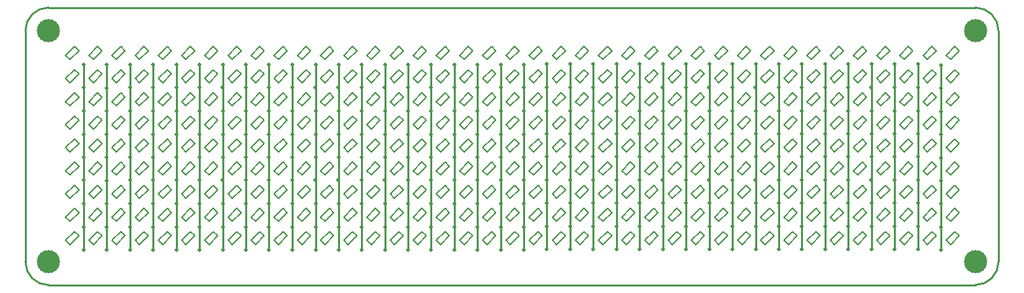
<source format=gbl>
G04*
G04 #@! TF.GenerationSoftware,Altium Limited,Altium Designer,18.1.9 (240)*
G04*
G04 Layer_Physical_Order=2*
G04 Layer_Color=16711680*
%FSLAX44Y44*%
%MOMM*%
G71*
G01*
G75*
%ADD10C,0.1270*%
%ADD11C,0.2540*%
%ADD16C,0.5000*%
%ADD17C,3.0000*%
D10*
X1567903Y772496D02*
X1579216Y783810D01*
X1562246Y778153D02*
X1573560Y789467D01*
X1562246Y778153D02*
X1567903Y772496D01*
X1573560Y789467D02*
X1579216Y783810D01*
X1537903Y772496D02*
X1549217Y783810D01*
X1532246Y778153D02*
X1543560Y789467D01*
X1532246Y778153D02*
X1537903Y772496D01*
X1543560Y789467D02*
X1549217Y783810D01*
X1507903Y772496D02*
X1519216Y783810D01*
X1502246Y778153D02*
X1513560Y789467D01*
X1502246Y778153D02*
X1507903Y772496D01*
X1513560Y789467D02*
X1519216Y783810D01*
X1477903Y772496D02*
X1489217Y783810D01*
X1472246Y778153D02*
X1483560Y789467D01*
X1472246Y778153D02*
X1477903Y772496D01*
X1483560Y789467D02*
X1489217Y783810D01*
X1447903Y772496D02*
X1459217Y783810D01*
X1442246Y778153D02*
X1453560Y789467D01*
X1442246Y778153D02*
X1447903Y772496D01*
X1453560Y789467D02*
X1459217Y783810D01*
X1417903Y772496D02*
X1429216Y783810D01*
X1412246Y778153D02*
X1423560Y789467D01*
X1412246Y778153D02*
X1417903Y772496D01*
X1423560Y789467D02*
X1429216Y783810D01*
X1387903Y772496D02*
X1399217Y783810D01*
X1382246Y778153D02*
X1393560Y789467D01*
X1382246Y778153D02*
X1387903Y772496D01*
X1393560Y789467D02*
X1399217Y783810D01*
X1357903Y772496D02*
X1369216Y783810D01*
X1352246Y778153D02*
X1363560Y789467D01*
X1352246Y778153D02*
X1357903Y772496D01*
X1363560Y789467D02*
X1369216Y783810D01*
X1327903Y772496D02*
X1339217Y783810D01*
X1322246Y778153D02*
X1333560Y789467D01*
X1322246Y778153D02*
X1327903Y772496D01*
X1333560Y789467D02*
X1339217Y783810D01*
X1297903Y772496D02*
X1309217Y783810D01*
X1292246Y778153D02*
X1303560Y789467D01*
X1292246Y778153D02*
X1297903Y772496D01*
X1303560Y789467D02*
X1309217Y783810D01*
X1267903Y772496D02*
X1279217Y783810D01*
X1262246Y778153D02*
X1273560Y789467D01*
X1262246Y778153D02*
X1267903Y772496D01*
X1273560Y789467D02*
X1279217Y783810D01*
X1237903Y772496D02*
X1249217Y783810D01*
X1232246Y778153D02*
X1243560Y789467D01*
X1232246Y778153D02*
X1237903Y772496D01*
X1243560Y789467D02*
X1249217Y783810D01*
X1207903Y772496D02*
X1219217Y783810D01*
X1202246Y778153D02*
X1213560Y789467D01*
X1202246Y778153D02*
X1207903Y772496D01*
X1213560Y789467D02*
X1219217Y783810D01*
X1177903Y772496D02*
X1189217Y783810D01*
X1172246Y778153D02*
X1183560Y789467D01*
X1172246Y778153D02*
X1177903Y772496D01*
X1183560Y789467D02*
X1189217Y783810D01*
X1147903Y772496D02*
X1159217Y783810D01*
X1142246Y778153D02*
X1153560Y789467D01*
X1142246Y778153D02*
X1147903Y772496D01*
X1153560Y789467D02*
X1159217Y783810D01*
X1117903Y772496D02*
X1129217Y783810D01*
X1112246Y778153D02*
X1123560Y789467D01*
X1112246Y778153D02*
X1117903Y772496D01*
X1123560Y789467D02*
X1129217Y783810D01*
X1087903Y772496D02*
X1099217Y783810D01*
X1082246Y778153D02*
X1093560Y789467D01*
X1082246Y778153D02*
X1087903Y772496D01*
X1093560Y789467D02*
X1099217Y783810D01*
X1057903Y772496D02*
X1069217Y783810D01*
X1052246Y778153D02*
X1063560Y789467D01*
X1052246Y778153D02*
X1057903Y772496D01*
X1063560Y789467D02*
X1069217Y783810D01*
X1027903Y772496D02*
X1039217Y783810D01*
X1022246Y778153D02*
X1033560Y789467D01*
X1022246Y778153D02*
X1027903Y772496D01*
X1033560Y789467D02*
X1039217Y783810D01*
X997903Y772496D02*
X1009217Y783810D01*
X992246Y778153D02*
X1003560Y789467D01*
X992246Y778153D02*
X997903Y772496D01*
X1003560Y789467D02*
X1009217Y783810D01*
X967903Y772496D02*
X979217Y783810D01*
X962246Y778153D02*
X973560Y789467D01*
X962246Y778153D02*
X967903Y772496D01*
X973560Y789467D02*
X979217Y783810D01*
X937903Y772496D02*
X949217Y783810D01*
X932246Y778153D02*
X943560Y789467D01*
X932246Y778153D02*
X937903Y772496D01*
X943560Y789467D02*
X949217Y783810D01*
X907903Y772496D02*
X919217Y783810D01*
X902246Y778153D02*
X913560Y789467D01*
X902246Y778153D02*
X907903Y772496D01*
X913560Y789467D02*
X919217Y783810D01*
X877903Y772496D02*
X889217Y783810D01*
X872246Y778153D02*
X883560Y789467D01*
X872246Y778153D02*
X877903Y772496D01*
X883560Y789467D02*
X889217Y783810D01*
X847903Y772496D02*
X859217Y783810D01*
X842246Y778153D02*
X853560Y789467D01*
X842246Y778153D02*
X847903Y772496D01*
X853560Y789467D02*
X859217Y783810D01*
X817903Y772496D02*
X829217Y783810D01*
X812246Y778153D02*
X823560Y789467D01*
X812246Y778153D02*
X817903Y772496D01*
X823560Y789467D02*
X829217Y783810D01*
X787903Y772496D02*
X799217Y783810D01*
X782246Y778153D02*
X793560Y789467D01*
X782246Y778153D02*
X787903Y772496D01*
X793560Y789467D02*
X799217Y783810D01*
X757903Y772496D02*
X769217Y783810D01*
X752246Y778153D02*
X763560Y789467D01*
X752246Y778153D02*
X757903Y772496D01*
X763560Y789467D02*
X769217Y783810D01*
X727903Y772496D02*
X739217Y783810D01*
X722246Y778153D02*
X733560Y789467D01*
X722246Y778153D02*
X727903Y772496D01*
X733560Y789467D02*
X739217Y783810D01*
X697903Y772496D02*
X709217Y783810D01*
X692246Y778153D02*
X703560Y789467D01*
X692246Y778153D02*
X697903Y772496D01*
X703560Y789467D02*
X709217Y783810D01*
X667903Y772496D02*
X679217Y783810D01*
X662246Y778153D02*
X673560Y789467D01*
X662246Y778153D02*
X667903Y772496D01*
X673560Y789467D02*
X679217Y783810D01*
X637903Y772496D02*
X649217Y783810D01*
X632246Y778153D02*
X643560Y789467D01*
X632246Y778153D02*
X637903Y772496D01*
X643560Y789467D02*
X649217Y783810D01*
X607903Y772496D02*
X619217Y783810D01*
X602246Y778153D02*
X613560Y789467D01*
X602246Y778153D02*
X607903Y772496D01*
X613560Y789467D02*
X619217Y783810D01*
X577903Y772496D02*
X589217Y783810D01*
X572246Y778153D02*
X583560Y789467D01*
X572246Y778153D02*
X577903Y772496D01*
X583560Y789467D02*
X589217Y783810D01*
X547903Y772496D02*
X559217Y783810D01*
X542246Y778153D02*
X553560Y789467D01*
X542246Y778153D02*
X547903Y772496D01*
X553560Y789467D02*
X559217Y783810D01*
X517903Y772496D02*
X529217Y783810D01*
X512246Y778153D02*
X523560Y789467D01*
X512246Y778153D02*
X517903Y772496D01*
X523560Y789467D02*
X529217Y783810D01*
X487903Y772496D02*
X499217Y783810D01*
X482246Y778153D02*
X493560Y789467D01*
X482246Y778153D02*
X487903Y772496D01*
X493560Y789467D02*
X499217Y783810D01*
X457903Y772496D02*
X469217Y783810D01*
X452246Y778153D02*
X463560Y789467D01*
X452246Y778153D02*
X457903Y772496D01*
X463560Y789467D02*
X469217Y783810D01*
X427903Y772496D02*
X439217Y783810D01*
X422246Y778153D02*
X433560Y789467D01*
X422246Y778153D02*
X427903Y772496D01*
X433560Y789467D02*
X439217Y783810D01*
X1567903Y802496D02*
X1579216Y813810D01*
X1562246Y808153D02*
X1573560Y819467D01*
X1562246Y808153D02*
X1567903Y802496D01*
X1573560Y819467D02*
X1579216Y813810D01*
X1537903Y802496D02*
X1549217Y813810D01*
X1532246Y808153D02*
X1543560Y819467D01*
X1532246Y808153D02*
X1537903Y802496D01*
X1543560Y819467D02*
X1549217Y813810D01*
X1507903Y802496D02*
X1519216Y813810D01*
X1502246Y808153D02*
X1513560Y819467D01*
X1502246Y808153D02*
X1507903Y802496D01*
X1513560Y819467D02*
X1519216Y813810D01*
X1477903Y802496D02*
X1489217Y813810D01*
X1472246Y808153D02*
X1483560Y819467D01*
X1472246Y808153D02*
X1477903Y802496D01*
X1483560Y819467D02*
X1489217Y813810D01*
X1447903Y802496D02*
X1459217Y813810D01*
X1442246Y808153D02*
X1453560Y819467D01*
X1442246Y808153D02*
X1447903Y802496D01*
X1453560Y819467D02*
X1459217Y813810D01*
X1417903Y802496D02*
X1429216Y813810D01*
X1412246Y808153D02*
X1423560Y819467D01*
X1412246Y808153D02*
X1417903Y802496D01*
X1423560Y819467D02*
X1429216Y813810D01*
X1387903Y802496D02*
X1399217Y813810D01*
X1382246Y808153D02*
X1393560Y819467D01*
X1382246Y808153D02*
X1387903Y802496D01*
X1393560Y819467D02*
X1399217Y813810D01*
X1357903Y802496D02*
X1369216Y813810D01*
X1352246Y808153D02*
X1363560Y819467D01*
X1352246Y808153D02*
X1357903Y802496D01*
X1363560Y819467D02*
X1369216Y813810D01*
X1327903Y802496D02*
X1339217Y813810D01*
X1322246Y808153D02*
X1333560Y819467D01*
X1322246Y808153D02*
X1327903Y802496D01*
X1333560Y819467D02*
X1339217Y813810D01*
X1297903Y802496D02*
X1309217Y813810D01*
X1292246Y808153D02*
X1303560Y819467D01*
X1292246Y808153D02*
X1297903Y802496D01*
X1303560Y819467D02*
X1309217Y813810D01*
X1267903Y802496D02*
X1279217Y813810D01*
X1262246Y808153D02*
X1273560Y819467D01*
X1262246Y808153D02*
X1267903Y802496D01*
X1273560Y819467D02*
X1279217Y813810D01*
X1237903Y802496D02*
X1249217Y813810D01*
X1232246Y808153D02*
X1243560Y819467D01*
X1232246Y808153D02*
X1237903Y802496D01*
X1243560Y819467D02*
X1249217Y813810D01*
X1207903Y802496D02*
X1219217Y813810D01*
X1202246Y808153D02*
X1213560Y819467D01*
X1202246Y808153D02*
X1207903Y802496D01*
X1213560Y819467D02*
X1219217Y813810D01*
X1177903Y802496D02*
X1189217Y813810D01*
X1172246Y808153D02*
X1183560Y819467D01*
X1172246Y808153D02*
X1177903Y802496D01*
X1183560Y819467D02*
X1189217Y813810D01*
X1147903Y802496D02*
X1159217Y813810D01*
X1142246Y808153D02*
X1153560Y819467D01*
X1142246Y808153D02*
X1147903Y802496D01*
X1153560Y819467D02*
X1159217Y813810D01*
X1117903Y802496D02*
X1129217Y813810D01*
X1112246Y808153D02*
X1123560Y819467D01*
X1112246Y808153D02*
X1117903Y802496D01*
X1123560Y819467D02*
X1129217Y813810D01*
X1087903Y802496D02*
X1099217Y813810D01*
X1082246Y808153D02*
X1093560Y819467D01*
X1082246Y808153D02*
X1087903Y802496D01*
X1093560Y819467D02*
X1099217Y813810D01*
X1057903Y802496D02*
X1069217Y813810D01*
X1052246Y808153D02*
X1063560Y819467D01*
X1052246Y808153D02*
X1057903Y802496D01*
X1063560Y819467D02*
X1069217Y813810D01*
X1027903Y802496D02*
X1039217Y813810D01*
X1022246Y808153D02*
X1033560Y819467D01*
X1022246Y808153D02*
X1027903Y802496D01*
X1033560Y819467D02*
X1039217Y813810D01*
X997903Y802496D02*
X1009217Y813810D01*
X992246Y808153D02*
X1003560Y819467D01*
X992246Y808153D02*
X997903Y802496D01*
X1003560Y819467D02*
X1009217Y813810D01*
X967903Y802496D02*
X979217Y813810D01*
X962246Y808153D02*
X973560Y819467D01*
X962246Y808153D02*
X967903Y802496D01*
X973560Y819467D02*
X979217Y813810D01*
X937903Y802496D02*
X949217Y813810D01*
X932246Y808153D02*
X943560Y819467D01*
X932246Y808153D02*
X937903Y802496D01*
X943560Y819467D02*
X949217Y813810D01*
X907903Y802496D02*
X919217Y813810D01*
X902246Y808153D02*
X913560Y819467D01*
X902246Y808153D02*
X907903Y802496D01*
X913560Y819467D02*
X919217Y813810D01*
X877903Y802496D02*
X889217Y813810D01*
X872246Y808153D02*
X883560Y819467D01*
X872246Y808153D02*
X877903Y802496D01*
X883560Y819467D02*
X889217Y813810D01*
X847903Y802496D02*
X859217Y813810D01*
X842246Y808153D02*
X853560Y819467D01*
X842246Y808153D02*
X847903Y802496D01*
X853560Y819467D02*
X859217Y813810D01*
X817903Y802496D02*
X829217Y813810D01*
X812246Y808153D02*
X823560Y819467D01*
X812246Y808153D02*
X817903Y802496D01*
X823560Y819467D02*
X829217Y813810D01*
X787903Y802496D02*
X799217Y813810D01*
X782246Y808153D02*
X793560Y819467D01*
X782246Y808153D02*
X787903Y802496D01*
X793560Y819467D02*
X799217Y813810D01*
X757903Y802496D02*
X769217Y813810D01*
X752246Y808153D02*
X763560Y819467D01*
X752246Y808153D02*
X757903Y802496D01*
X763560Y819467D02*
X769217Y813810D01*
X727903Y802496D02*
X739217Y813810D01*
X722246Y808153D02*
X733560Y819467D01*
X722246Y808153D02*
X727903Y802496D01*
X733560Y819467D02*
X739217Y813810D01*
X697903Y802496D02*
X709217Y813810D01*
X692246Y808153D02*
X703560Y819467D01*
X692246Y808153D02*
X697903Y802496D01*
X703560Y819467D02*
X709217Y813810D01*
X667903Y802496D02*
X679217Y813810D01*
X662246Y808153D02*
X673560Y819467D01*
X662246Y808153D02*
X667903Y802496D01*
X673560Y819467D02*
X679217Y813810D01*
X637903Y802496D02*
X649217Y813810D01*
X632246Y808153D02*
X643560Y819467D01*
X632246Y808153D02*
X637903Y802496D01*
X643560Y819467D02*
X649217Y813810D01*
X607903Y802496D02*
X619217Y813810D01*
X602246Y808153D02*
X613560Y819467D01*
X602246Y808153D02*
X607903Y802496D01*
X613560Y819467D02*
X619217Y813810D01*
X577903Y802496D02*
X589217Y813810D01*
X572246Y808153D02*
X583560Y819467D01*
X572246Y808153D02*
X577903Y802496D01*
X583560Y819467D02*
X589217Y813810D01*
X547903Y802496D02*
X559217Y813810D01*
X542246Y808153D02*
X553560Y819467D01*
X542246Y808153D02*
X547903Y802496D01*
X553560Y819467D02*
X559217Y813810D01*
X517903Y802496D02*
X529217Y813810D01*
X512246Y808153D02*
X523560Y819467D01*
X512246Y808153D02*
X517903Y802496D01*
X523560Y819467D02*
X529217Y813810D01*
X487903Y802496D02*
X499217Y813810D01*
X482246Y808153D02*
X493560Y819467D01*
X482246Y808153D02*
X487903Y802496D01*
X493560Y819467D02*
X499217Y813810D01*
X457903Y802496D02*
X469217Y813810D01*
X452246Y808153D02*
X463560Y819467D01*
X452246Y808153D02*
X457903Y802496D01*
X463560Y819467D02*
X469217Y813810D01*
X427903Y802496D02*
X439217Y813810D01*
X422246Y808153D02*
X433560Y819467D01*
X422246Y808153D02*
X427903Y802496D01*
X433560Y819467D02*
X439217Y813810D01*
X1567903Y832496D02*
X1579216Y843810D01*
X1562246Y838153D02*
X1573560Y849467D01*
X1562246Y838153D02*
X1567903Y832496D01*
X1573560Y849467D02*
X1579216Y843810D01*
X1537903Y832496D02*
X1549217Y843810D01*
X1532246Y838153D02*
X1543560Y849467D01*
X1532246Y838153D02*
X1537903Y832496D01*
X1543560Y849467D02*
X1549217Y843810D01*
X1507903Y832496D02*
X1519216Y843810D01*
X1502246Y838153D02*
X1513560Y849467D01*
X1502246Y838153D02*
X1507903Y832496D01*
X1513560Y849467D02*
X1519216Y843810D01*
X1477903Y832496D02*
X1489217Y843810D01*
X1472246Y838153D02*
X1483560Y849467D01*
X1472246Y838153D02*
X1477903Y832496D01*
X1483560Y849467D02*
X1489217Y843810D01*
X1447903Y832496D02*
X1459217Y843810D01*
X1442246Y838153D02*
X1453560Y849467D01*
X1442246Y838153D02*
X1447903Y832496D01*
X1453560Y849467D02*
X1459217Y843810D01*
X1417903Y832496D02*
X1429216Y843810D01*
X1412246Y838153D02*
X1423560Y849467D01*
X1412246Y838153D02*
X1417903Y832496D01*
X1423560Y849467D02*
X1429216Y843810D01*
X1387903Y832496D02*
X1399217Y843810D01*
X1382246Y838153D02*
X1393560Y849467D01*
X1382246Y838153D02*
X1387903Y832496D01*
X1393560Y849467D02*
X1399217Y843810D01*
X1357903Y832496D02*
X1369216Y843810D01*
X1352246Y838153D02*
X1363560Y849467D01*
X1352246Y838153D02*
X1357903Y832496D01*
X1363560Y849467D02*
X1369216Y843810D01*
X1327903Y832496D02*
X1339217Y843810D01*
X1322246Y838153D02*
X1333560Y849467D01*
X1322246Y838153D02*
X1327903Y832496D01*
X1333560Y849467D02*
X1339217Y843810D01*
X1297903Y832496D02*
X1309217Y843810D01*
X1292246Y838153D02*
X1303560Y849467D01*
X1292246Y838153D02*
X1297903Y832496D01*
X1303560Y849467D02*
X1309217Y843810D01*
X1267903Y832496D02*
X1279217Y843810D01*
X1262246Y838153D02*
X1273560Y849467D01*
X1262246Y838153D02*
X1267903Y832496D01*
X1273560Y849467D02*
X1279217Y843810D01*
X1237903Y832496D02*
X1249217Y843810D01*
X1232246Y838153D02*
X1243560Y849467D01*
X1232246Y838153D02*
X1237903Y832496D01*
X1243560Y849467D02*
X1249217Y843810D01*
X1207903Y832496D02*
X1219217Y843810D01*
X1202246Y838153D02*
X1213560Y849467D01*
X1202246Y838153D02*
X1207903Y832496D01*
X1213560Y849467D02*
X1219217Y843810D01*
X1177903Y832496D02*
X1189217Y843810D01*
X1172246Y838153D02*
X1183560Y849467D01*
X1172246Y838153D02*
X1177903Y832496D01*
X1183560Y849467D02*
X1189217Y843810D01*
X1147903Y832496D02*
X1159217Y843810D01*
X1142246Y838153D02*
X1153560Y849467D01*
X1142246Y838153D02*
X1147903Y832496D01*
X1153560Y849467D02*
X1159217Y843810D01*
X1117903Y832496D02*
X1129217Y843810D01*
X1112246Y838153D02*
X1123560Y849467D01*
X1112246Y838153D02*
X1117903Y832496D01*
X1123560Y849467D02*
X1129217Y843810D01*
X1087903Y832496D02*
X1099217Y843810D01*
X1082246Y838153D02*
X1093560Y849467D01*
X1082246Y838153D02*
X1087903Y832496D01*
X1093560Y849467D02*
X1099217Y843810D01*
X1057903Y832496D02*
X1069217Y843810D01*
X1052246Y838153D02*
X1063560Y849467D01*
X1052246Y838153D02*
X1057903Y832496D01*
X1063560Y849467D02*
X1069217Y843810D01*
X1027903Y832496D02*
X1039217Y843810D01*
X1022246Y838153D02*
X1033560Y849467D01*
X1022246Y838153D02*
X1027903Y832496D01*
X1033560Y849467D02*
X1039217Y843810D01*
X997903Y832496D02*
X1009217Y843810D01*
X992246Y838153D02*
X1003560Y849467D01*
X992246Y838153D02*
X997903Y832496D01*
X1003560Y849467D02*
X1009217Y843810D01*
X967903Y832496D02*
X979217Y843810D01*
X962246Y838153D02*
X973560Y849467D01*
X962246Y838153D02*
X967903Y832496D01*
X973560Y849467D02*
X979217Y843810D01*
X937903Y832496D02*
X949217Y843810D01*
X932246Y838153D02*
X943560Y849467D01*
X932246Y838153D02*
X937903Y832496D01*
X943560Y849467D02*
X949217Y843810D01*
X907903Y832496D02*
X919217Y843810D01*
X902246Y838153D02*
X913560Y849467D01*
X902246Y838153D02*
X907903Y832496D01*
X913560Y849467D02*
X919217Y843810D01*
X877903Y832496D02*
X889217Y843810D01*
X872246Y838153D02*
X883560Y849467D01*
X872246Y838153D02*
X877903Y832496D01*
X883560Y849467D02*
X889217Y843810D01*
X847903Y832496D02*
X859217Y843810D01*
X842246Y838153D02*
X853560Y849467D01*
X842246Y838153D02*
X847903Y832496D01*
X853560Y849467D02*
X859217Y843810D01*
X817903Y832496D02*
X829217Y843810D01*
X812246Y838153D02*
X823560Y849467D01*
X812246Y838153D02*
X817903Y832496D01*
X823560Y849467D02*
X829217Y843810D01*
X787903Y832496D02*
X799217Y843810D01*
X782246Y838153D02*
X793560Y849467D01*
X782246Y838153D02*
X787903Y832496D01*
X793560Y849467D02*
X799217Y843810D01*
X757903Y832496D02*
X769217Y843810D01*
X752246Y838153D02*
X763560Y849467D01*
X752246Y838153D02*
X757903Y832496D01*
X763560Y849467D02*
X769217Y843810D01*
X727903Y832496D02*
X739217Y843810D01*
X722246Y838153D02*
X733560Y849467D01*
X722246Y838153D02*
X727903Y832496D01*
X733560Y849467D02*
X739217Y843810D01*
X697903Y832496D02*
X709217Y843810D01*
X692246Y838153D02*
X703560Y849467D01*
X692246Y838153D02*
X697903Y832496D01*
X703560Y849467D02*
X709217Y843810D01*
X667903Y832496D02*
X679217Y843810D01*
X662246Y838153D02*
X673560Y849467D01*
X662246Y838153D02*
X667903Y832496D01*
X673560Y849467D02*
X679217Y843810D01*
X637903Y832496D02*
X649217Y843810D01*
X632246Y838153D02*
X643560Y849467D01*
X632246Y838153D02*
X637903Y832496D01*
X643560Y849467D02*
X649217Y843810D01*
X607903Y832496D02*
X619217Y843810D01*
X602246Y838153D02*
X613560Y849467D01*
X602246Y838153D02*
X607903Y832496D01*
X613560Y849467D02*
X619217Y843810D01*
X577903Y832496D02*
X589217Y843810D01*
X572246Y838153D02*
X583560Y849467D01*
X572246Y838153D02*
X577903Y832496D01*
X583560Y849467D02*
X589217Y843810D01*
X547903Y832496D02*
X559217Y843810D01*
X542246Y838153D02*
X553560Y849467D01*
X542246Y838153D02*
X547903Y832496D01*
X553560Y849467D02*
X559217Y843810D01*
X517903Y832496D02*
X529217Y843810D01*
X512246Y838153D02*
X523560Y849467D01*
X512246Y838153D02*
X517903Y832496D01*
X523560Y849467D02*
X529217Y843810D01*
X487903Y832496D02*
X499217Y843810D01*
X482246Y838153D02*
X493560Y849467D01*
X482246Y838153D02*
X487903Y832496D01*
X493560Y849467D02*
X499217Y843810D01*
X457903Y832496D02*
X469217Y843810D01*
X452246Y838153D02*
X463560Y849467D01*
X452246Y838153D02*
X457903Y832496D01*
X463560Y849467D02*
X469217Y843810D01*
X427903Y832496D02*
X439217Y843810D01*
X422246Y838153D02*
X433560Y849467D01*
X422246Y838153D02*
X427903Y832496D01*
X433560Y849467D02*
X439217Y843810D01*
X1567903Y862496D02*
X1579216Y873810D01*
X1562246Y868153D02*
X1573560Y879467D01*
X1562246Y868153D02*
X1567903Y862496D01*
X1573560Y879467D02*
X1579216Y873810D01*
X1537903Y862496D02*
X1549217Y873810D01*
X1532246Y868153D02*
X1543560Y879467D01*
X1532246Y868153D02*
X1537903Y862496D01*
X1543560Y879467D02*
X1549217Y873810D01*
X1507903Y862496D02*
X1519216Y873810D01*
X1502246Y868153D02*
X1513560Y879467D01*
X1502246Y868153D02*
X1507903Y862496D01*
X1513560Y879467D02*
X1519216Y873810D01*
X1477903Y862496D02*
X1489217Y873810D01*
X1472246Y868153D02*
X1483560Y879467D01*
X1472246Y868153D02*
X1477903Y862496D01*
X1483560Y879467D02*
X1489217Y873810D01*
X1447903Y862496D02*
X1459217Y873810D01*
X1442246Y868153D02*
X1453560Y879467D01*
X1442246Y868153D02*
X1447903Y862496D01*
X1453560Y879467D02*
X1459217Y873810D01*
X1417903Y862496D02*
X1429216Y873810D01*
X1412246Y868153D02*
X1423560Y879467D01*
X1412246Y868153D02*
X1417903Y862496D01*
X1423560Y879467D02*
X1429216Y873810D01*
X1387903Y862496D02*
X1399217Y873810D01*
X1382246Y868153D02*
X1393560Y879467D01*
X1382246Y868153D02*
X1387903Y862496D01*
X1393560Y879467D02*
X1399217Y873810D01*
X1357903Y862496D02*
X1369216Y873810D01*
X1352246Y868153D02*
X1363560Y879467D01*
X1352246Y868153D02*
X1357903Y862496D01*
X1363560Y879467D02*
X1369216Y873810D01*
X1327903Y862496D02*
X1339217Y873810D01*
X1322246Y868153D02*
X1333560Y879467D01*
X1322246Y868153D02*
X1327903Y862496D01*
X1333560Y879467D02*
X1339217Y873810D01*
X1297903Y862496D02*
X1309217Y873810D01*
X1292246Y868153D02*
X1303560Y879467D01*
X1292246Y868153D02*
X1297903Y862496D01*
X1303560Y879467D02*
X1309217Y873810D01*
X1267903Y862496D02*
X1279217Y873810D01*
X1262246Y868153D02*
X1273560Y879467D01*
X1262246Y868153D02*
X1267903Y862496D01*
X1273560Y879467D02*
X1279217Y873810D01*
X1237903Y862496D02*
X1249217Y873810D01*
X1232246Y868153D02*
X1243560Y879467D01*
X1232246Y868153D02*
X1237903Y862496D01*
X1243560Y879467D02*
X1249217Y873810D01*
X1207903Y862496D02*
X1219217Y873810D01*
X1202246Y868153D02*
X1213560Y879467D01*
X1202246Y868153D02*
X1207903Y862496D01*
X1213560Y879467D02*
X1219217Y873810D01*
X1177903Y862496D02*
X1189217Y873810D01*
X1172246Y868153D02*
X1183560Y879467D01*
X1172246Y868153D02*
X1177903Y862496D01*
X1183560Y879467D02*
X1189217Y873810D01*
X1147903Y862496D02*
X1159217Y873810D01*
X1142246Y868153D02*
X1153560Y879467D01*
X1142246Y868153D02*
X1147903Y862496D01*
X1153560Y879467D02*
X1159217Y873810D01*
X1117903Y862496D02*
X1129217Y873810D01*
X1112246Y868153D02*
X1123560Y879467D01*
X1112246Y868153D02*
X1117903Y862496D01*
X1123560Y879467D02*
X1129217Y873810D01*
X1087903Y862496D02*
X1099217Y873810D01*
X1082246Y868153D02*
X1093560Y879467D01*
X1082246Y868153D02*
X1087903Y862496D01*
X1093560Y879467D02*
X1099217Y873810D01*
X1057903Y862496D02*
X1069217Y873810D01*
X1052246Y868153D02*
X1063560Y879467D01*
X1052246Y868153D02*
X1057903Y862496D01*
X1063560Y879467D02*
X1069217Y873810D01*
X1027903Y862496D02*
X1039217Y873810D01*
X1022246Y868153D02*
X1033560Y879467D01*
X1022246Y868153D02*
X1027903Y862496D01*
X1033560Y879467D02*
X1039217Y873810D01*
X997903Y862496D02*
X1009217Y873810D01*
X992246Y868153D02*
X1003560Y879467D01*
X992246Y868153D02*
X997903Y862496D01*
X1003560Y879467D02*
X1009217Y873810D01*
X967903Y862496D02*
X979217Y873810D01*
X962246Y868153D02*
X973560Y879467D01*
X962246Y868153D02*
X967903Y862496D01*
X973560Y879467D02*
X979217Y873810D01*
X937903Y862496D02*
X949217Y873810D01*
X932246Y868153D02*
X943560Y879467D01*
X932246Y868153D02*
X937903Y862496D01*
X943560Y879467D02*
X949217Y873810D01*
X907903Y862496D02*
X919217Y873810D01*
X902246Y868153D02*
X913560Y879467D01*
X902246Y868153D02*
X907903Y862496D01*
X913560Y879467D02*
X919217Y873810D01*
X877903Y862496D02*
X889217Y873810D01*
X872246Y868153D02*
X883560Y879467D01*
X872246Y868153D02*
X877903Y862496D01*
X883560Y879467D02*
X889217Y873810D01*
X847903Y862496D02*
X859217Y873810D01*
X842246Y868153D02*
X853560Y879467D01*
X842246Y868153D02*
X847903Y862496D01*
X853560Y879467D02*
X859217Y873810D01*
X817903Y862496D02*
X829217Y873810D01*
X812246Y868153D02*
X823560Y879467D01*
X812246Y868153D02*
X817903Y862496D01*
X823560Y879467D02*
X829217Y873810D01*
X787903Y862496D02*
X799217Y873810D01*
X782246Y868153D02*
X793560Y879467D01*
X782246Y868153D02*
X787903Y862496D01*
X793560Y879467D02*
X799217Y873810D01*
X757903Y862496D02*
X769217Y873810D01*
X752246Y868153D02*
X763560Y879467D01*
X752246Y868153D02*
X757903Y862496D01*
X763560Y879467D02*
X769217Y873810D01*
X727903Y862496D02*
X739217Y873810D01*
X722246Y868153D02*
X733560Y879467D01*
X722246Y868153D02*
X727903Y862496D01*
X733560Y879467D02*
X739217Y873810D01*
X697903Y862496D02*
X709217Y873810D01*
X692246Y868153D02*
X703560Y879467D01*
X692246Y868153D02*
X697903Y862496D01*
X703560Y879467D02*
X709217Y873810D01*
X667903Y862496D02*
X679217Y873810D01*
X662246Y868153D02*
X673560Y879467D01*
X662246Y868153D02*
X667903Y862496D01*
X673560Y879467D02*
X679217Y873810D01*
X637903Y862496D02*
X649217Y873810D01*
X632246Y868153D02*
X643560Y879467D01*
X632246Y868153D02*
X637903Y862496D01*
X643560Y879467D02*
X649217Y873810D01*
X607903Y862496D02*
X619217Y873810D01*
X602246Y868153D02*
X613560Y879467D01*
X602246Y868153D02*
X607903Y862496D01*
X613560Y879467D02*
X619217Y873810D01*
X577903Y862496D02*
X589217Y873810D01*
X572246Y868153D02*
X583560Y879467D01*
X572246Y868153D02*
X577903Y862496D01*
X583560Y879467D02*
X589217Y873810D01*
X547903Y862496D02*
X559217Y873810D01*
X542246Y868153D02*
X553560Y879467D01*
X542246Y868153D02*
X547903Y862496D01*
X553560Y879467D02*
X559217Y873810D01*
X517903Y862496D02*
X529217Y873810D01*
X512246Y868153D02*
X523560Y879467D01*
X512246Y868153D02*
X517903Y862496D01*
X523560Y879467D02*
X529217Y873810D01*
X487903Y862496D02*
X499217Y873810D01*
X482246Y868153D02*
X493560Y879467D01*
X482246Y868153D02*
X487903Y862496D01*
X493560Y879467D02*
X499217Y873810D01*
X457903Y862496D02*
X469217Y873810D01*
X452246Y868153D02*
X463560Y879467D01*
X452246Y868153D02*
X457903Y862496D01*
X463560Y879467D02*
X469217Y873810D01*
X427903Y862496D02*
X439217Y873810D01*
X422246Y868153D02*
X433560Y879467D01*
X422246Y868153D02*
X427903Y862496D01*
X433560Y879467D02*
X439217Y873810D01*
X1567903Y892496D02*
X1579216Y903810D01*
X1562246Y898153D02*
X1573560Y909467D01*
X1562246Y898153D02*
X1567903Y892496D01*
X1573560Y909467D02*
X1579216Y903810D01*
X1537903Y892496D02*
X1549217Y903810D01*
X1532246Y898153D02*
X1543560Y909467D01*
X1532246Y898153D02*
X1537903Y892496D01*
X1543560Y909467D02*
X1549217Y903810D01*
X1507903Y892496D02*
X1519216Y903810D01*
X1502246Y898153D02*
X1513560Y909467D01*
X1502246Y898153D02*
X1507903Y892496D01*
X1513560Y909467D02*
X1519216Y903810D01*
X1477903Y892496D02*
X1489217Y903810D01*
X1472246Y898153D02*
X1483560Y909467D01*
X1472246Y898153D02*
X1477903Y892496D01*
X1483560Y909467D02*
X1489217Y903810D01*
X1447903Y892496D02*
X1459217Y903810D01*
X1442246Y898153D02*
X1453560Y909467D01*
X1442246Y898153D02*
X1447903Y892496D01*
X1453560Y909467D02*
X1459217Y903810D01*
X1417903Y892496D02*
X1429216Y903810D01*
X1412246Y898153D02*
X1423560Y909467D01*
X1412246Y898153D02*
X1417903Y892496D01*
X1423560Y909467D02*
X1429216Y903810D01*
X1387903Y892496D02*
X1399217Y903810D01*
X1382246Y898153D02*
X1393560Y909467D01*
X1382246Y898153D02*
X1387903Y892496D01*
X1393560Y909467D02*
X1399217Y903810D01*
X1357903Y892496D02*
X1369216Y903810D01*
X1352246Y898153D02*
X1363560Y909467D01*
X1352246Y898153D02*
X1357903Y892496D01*
X1363560Y909467D02*
X1369216Y903810D01*
X1327903Y892496D02*
X1339217Y903810D01*
X1322246Y898153D02*
X1333560Y909467D01*
X1322246Y898153D02*
X1327903Y892496D01*
X1333560Y909467D02*
X1339217Y903810D01*
X1297903Y892496D02*
X1309217Y903810D01*
X1292246Y898153D02*
X1303560Y909467D01*
X1292246Y898153D02*
X1297903Y892496D01*
X1303560Y909467D02*
X1309217Y903810D01*
X1267903Y892496D02*
X1279217Y903810D01*
X1262246Y898153D02*
X1273560Y909467D01*
X1262246Y898153D02*
X1267903Y892496D01*
X1273560Y909467D02*
X1279217Y903810D01*
X1237903Y892496D02*
X1249217Y903810D01*
X1232246Y898153D02*
X1243560Y909467D01*
X1232246Y898153D02*
X1237903Y892496D01*
X1243560Y909467D02*
X1249217Y903810D01*
X1207903Y892496D02*
X1219217Y903810D01*
X1202246Y898153D02*
X1213560Y909467D01*
X1202246Y898153D02*
X1207903Y892496D01*
X1213560Y909467D02*
X1219217Y903810D01*
X1177903Y892496D02*
X1189217Y903810D01*
X1172246Y898153D02*
X1183560Y909467D01*
X1172246Y898153D02*
X1177903Y892496D01*
X1183560Y909467D02*
X1189217Y903810D01*
X1147903Y892496D02*
X1159217Y903810D01*
X1142246Y898153D02*
X1153560Y909467D01*
X1142246Y898153D02*
X1147903Y892496D01*
X1153560Y909467D02*
X1159217Y903810D01*
X1117903Y892496D02*
X1129217Y903810D01*
X1112246Y898153D02*
X1123560Y909467D01*
X1112246Y898153D02*
X1117903Y892496D01*
X1123560Y909467D02*
X1129217Y903810D01*
X1087903Y892496D02*
X1099217Y903810D01*
X1082246Y898153D02*
X1093560Y909467D01*
X1082246Y898153D02*
X1087903Y892496D01*
X1093560Y909467D02*
X1099217Y903810D01*
X1057903Y892496D02*
X1069217Y903810D01*
X1052246Y898153D02*
X1063560Y909467D01*
X1052246Y898153D02*
X1057903Y892496D01*
X1063560Y909467D02*
X1069217Y903810D01*
X1027903Y892496D02*
X1039217Y903810D01*
X1022246Y898153D02*
X1033560Y909467D01*
X1022246Y898153D02*
X1027903Y892496D01*
X1033560Y909467D02*
X1039217Y903810D01*
X997903Y892496D02*
X1009217Y903810D01*
X992246Y898153D02*
X1003560Y909467D01*
X992246Y898153D02*
X997903Y892496D01*
X1003560Y909467D02*
X1009217Y903810D01*
X967903Y892496D02*
X979217Y903810D01*
X962246Y898153D02*
X973560Y909467D01*
X962246Y898153D02*
X967903Y892496D01*
X973560Y909467D02*
X979217Y903810D01*
X937903Y892496D02*
X949217Y903810D01*
X932246Y898153D02*
X943560Y909467D01*
X932246Y898153D02*
X937903Y892496D01*
X943560Y909467D02*
X949217Y903810D01*
X907903Y892496D02*
X919217Y903810D01*
X902246Y898153D02*
X913560Y909467D01*
X902246Y898153D02*
X907903Y892496D01*
X913560Y909467D02*
X919217Y903810D01*
X877903Y892496D02*
X889217Y903810D01*
X872246Y898153D02*
X883560Y909467D01*
X872246Y898153D02*
X877903Y892496D01*
X883560Y909467D02*
X889217Y903810D01*
X847903Y892496D02*
X859217Y903810D01*
X842246Y898153D02*
X853560Y909467D01*
X842246Y898153D02*
X847903Y892496D01*
X853560Y909467D02*
X859217Y903810D01*
X817903Y892496D02*
X829217Y903810D01*
X812246Y898153D02*
X823560Y909467D01*
X812246Y898153D02*
X817903Y892496D01*
X823560Y909467D02*
X829217Y903810D01*
X787903Y892496D02*
X799217Y903810D01*
X782246Y898153D02*
X793560Y909467D01*
X782246Y898153D02*
X787903Y892496D01*
X793560Y909467D02*
X799217Y903810D01*
X757903Y892496D02*
X769217Y903810D01*
X752246Y898153D02*
X763560Y909467D01*
X752246Y898153D02*
X757903Y892496D01*
X763560Y909467D02*
X769217Y903810D01*
X727903Y892496D02*
X739217Y903810D01*
X722246Y898153D02*
X733560Y909467D01*
X722246Y898153D02*
X727903Y892496D01*
X733560Y909467D02*
X739217Y903810D01*
X697903Y892496D02*
X709217Y903810D01*
X692246Y898153D02*
X703560Y909467D01*
X692246Y898153D02*
X697903Y892496D01*
X703560Y909467D02*
X709217Y903810D01*
X667903Y892496D02*
X679217Y903810D01*
X662246Y898153D02*
X673560Y909467D01*
X662246Y898153D02*
X667903Y892496D01*
X673560Y909467D02*
X679217Y903810D01*
X637903Y892496D02*
X649217Y903810D01*
X632246Y898153D02*
X643560Y909467D01*
X632246Y898153D02*
X637903Y892496D01*
X643560Y909467D02*
X649217Y903810D01*
X607903Y892496D02*
X619217Y903810D01*
X602246Y898153D02*
X613560Y909467D01*
X602246Y898153D02*
X607903Y892496D01*
X613560Y909467D02*
X619217Y903810D01*
X577903Y892496D02*
X589217Y903810D01*
X572246Y898153D02*
X583560Y909467D01*
X572246Y898153D02*
X577903Y892496D01*
X583560Y909467D02*
X589217Y903810D01*
X547903Y892496D02*
X559217Y903810D01*
X542246Y898153D02*
X553560Y909467D01*
X542246Y898153D02*
X547903Y892496D01*
X553560Y909467D02*
X559217Y903810D01*
X517903Y892496D02*
X529217Y903810D01*
X512246Y898153D02*
X523560Y909467D01*
X512246Y898153D02*
X517903Y892496D01*
X523560Y909467D02*
X529217Y903810D01*
X487903Y892496D02*
X499217Y903810D01*
X482246Y898153D02*
X493560Y909467D01*
X482246Y898153D02*
X487903Y892496D01*
X493560Y909467D02*
X499217Y903810D01*
X457903Y892496D02*
X469217Y903810D01*
X452246Y898153D02*
X463560Y909467D01*
X452246Y898153D02*
X457903Y892496D01*
X463560Y909467D02*
X469217Y903810D01*
X427903Y892496D02*
X439217Y903810D01*
X422246Y898153D02*
X433560Y909467D01*
X422246Y898153D02*
X427903Y892496D01*
X433560Y909467D02*
X439217Y903810D01*
X1567903Y922496D02*
X1579216Y933810D01*
X1562246Y928153D02*
X1573560Y939467D01*
X1562246Y928153D02*
X1567903Y922496D01*
X1573560Y939467D02*
X1579216Y933810D01*
X1537903Y922496D02*
X1549217Y933810D01*
X1532246Y928153D02*
X1543560Y939467D01*
X1532246Y928153D02*
X1537903Y922496D01*
X1543560Y939467D02*
X1549217Y933810D01*
X1507903Y922496D02*
X1519216Y933810D01*
X1502246Y928153D02*
X1513560Y939467D01*
X1502246Y928153D02*
X1507903Y922496D01*
X1513560Y939467D02*
X1519216Y933810D01*
X1477903Y922496D02*
X1489217Y933810D01*
X1472246Y928153D02*
X1483560Y939467D01*
X1472246Y928153D02*
X1477903Y922496D01*
X1483560Y939467D02*
X1489217Y933810D01*
X1447903Y922496D02*
X1459217Y933810D01*
X1442246Y928153D02*
X1453560Y939467D01*
X1442246Y928153D02*
X1447903Y922496D01*
X1453560Y939467D02*
X1459217Y933810D01*
X1417903Y922496D02*
X1429216Y933810D01*
X1412246Y928153D02*
X1423560Y939467D01*
X1412246Y928153D02*
X1417903Y922496D01*
X1423560Y939467D02*
X1429216Y933810D01*
X1387903Y922496D02*
X1399217Y933810D01*
X1382246Y928153D02*
X1393560Y939467D01*
X1382246Y928153D02*
X1387903Y922496D01*
X1393560Y939467D02*
X1399217Y933810D01*
X1357903Y922496D02*
X1369216Y933810D01*
X1352246Y928153D02*
X1363560Y939467D01*
X1352246Y928153D02*
X1357903Y922496D01*
X1363560Y939467D02*
X1369216Y933810D01*
X1327903Y922496D02*
X1339217Y933810D01*
X1322246Y928153D02*
X1333560Y939467D01*
X1322246Y928153D02*
X1327903Y922496D01*
X1333560Y939467D02*
X1339217Y933810D01*
X1297903Y922496D02*
X1309217Y933810D01*
X1292246Y928153D02*
X1303560Y939467D01*
X1292246Y928153D02*
X1297903Y922496D01*
X1303560Y939467D02*
X1309217Y933810D01*
X1267903Y922496D02*
X1279217Y933810D01*
X1262246Y928153D02*
X1273560Y939467D01*
X1262246Y928153D02*
X1267903Y922496D01*
X1273560Y939467D02*
X1279217Y933810D01*
X1237903Y922496D02*
X1249217Y933810D01*
X1232246Y928153D02*
X1243560Y939467D01*
X1232246Y928153D02*
X1237903Y922496D01*
X1243560Y939467D02*
X1249217Y933810D01*
X1207903Y922496D02*
X1219217Y933810D01*
X1202246Y928153D02*
X1213560Y939467D01*
X1202246Y928153D02*
X1207903Y922496D01*
X1213560Y939467D02*
X1219217Y933810D01*
X1177903Y922496D02*
X1189217Y933810D01*
X1172246Y928153D02*
X1183560Y939467D01*
X1172246Y928153D02*
X1177903Y922496D01*
X1183560Y939467D02*
X1189217Y933810D01*
X1147903Y922496D02*
X1159217Y933810D01*
X1142246Y928153D02*
X1153560Y939467D01*
X1142246Y928153D02*
X1147903Y922496D01*
X1153560Y939467D02*
X1159217Y933810D01*
X1117903Y922496D02*
X1129217Y933810D01*
X1112246Y928153D02*
X1123560Y939467D01*
X1112246Y928153D02*
X1117903Y922496D01*
X1123560Y939467D02*
X1129217Y933810D01*
X1087903Y922496D02*
X1099217Y933810D01*
X1082246Y928153D02*
X1093560Y939467D01*
X1082246Y928153D02*
X1087903Y922496D01*
X1093560Y939467D02*
X1099217Y933810D01*
X1057903Y922496D02*
X1069217Y933810D01*
X1052246Y928153D02*
X1063560Y939467D01*
X1052246Y928153D02*
X1057903Y922496D01*
X1063560Y939467D02*
X1069217Y933810D01*
X1027903Y922496D02*
X1039217Y933810D01*
X1022246Y928153D02*
X1033560Y939467D01*
X1022246Y928153D02*
X1027903Y922496D01*
X1033560Y939467D02*
X1039217Y933810D01*
X997903Y922496D02*
X1009217Y933810D01*
X992246Y928153D02*
X1003560Y939467D01*
X992246Y928153D02*
X997903Y922496D01*
X1003560Y939467D02*
X1009217Y933810D01*
X967903Y922496D02*
X979217Y933810D01*
X962246Y928153D02*
X973560Y939467D01*
X962246Y928153D02*
X967903Y922496D01*
X973560Y939467D02*
X979217Y933810D01*
X937903Y922496D02*
X949217Y933810D01*
X932246Y928153D02*
X943560Y939467D01*
X932246Y928153D02*
X937903Y922496D01*
X943560Y939467D02*
X949217Y933810D01*
X907903Y922496D02*
X919217Y933810D01*
X902246Y928153D02*
X913560Y939467D01*
X902246Y928153D02*
X907903Y922496D01*
X913560Y939467D02*
X919217Y933810D01*
X877903Y922496D02*
X889217Y933810D01*
X872246Y928153D02*
X883560Y939467D01*
X872246Y928153D02*
X877903Y922496D01*
X883560Y939467D02*
X889217Y933810D01*
X847903Y922496D02*
X859217Y933810D01*
X842246Y928153D02*
X853560Y939467D01*
X842246Y928153D02*
X847903Y922496D01*
X853560Y939467D02*
X859217Y933810D01*
X817903Y922496D02*
X829217Y933810D01*
X812246Y928153D02*
X823560Y939467D01*
X812246Y928153D02*
X817903Y922496D01*
X823560Y939467D02*
X829217Y933810D01*
X787903Y922496D02*
X799217Y933810D01*
X782246Y928153D02*
X793560Y939467D01*
X782246Y928153D02*
X787903Y922496D01*
X793560Y939467D02*
X799217Y933810D01*
X757903Y922496D02*
X769217Y933810D01*
X752246Y928153D02*
X763560Y939467D01*
X752246Y928153D02*
X757903Y922496D01*
X763560Y939467D02*
X769217Y933810D01*
X727903Y922496D02*
X739217Y933810D01*
X722246Y928153D02*
X733560Y939467D01*
X722246Y928153D02*
X727903Y922496D01*
X733560Y939467D02*
X739217Y933810D01*
X697903Y922496D02*
X709217Y933810D01*
X692246Y928153D02*
X703560Y939467D01*
X692246Y928153D02*
X697903Y922496D01*
X703560Y939467D02*
X709217Y933810D01*
X667903Y922496D02*
X679217Y933810D01*
X662246Y928153D02*
X673560Y939467D01*
X662246Y928153D02*
X667903Y922496D01*
X673560Y939467D02*
X679217Y933810D01*
X637903Y922496D02*
X649217Y933810D01*
X632246Y928153D02*
X643560Y939467D01*
X632246Y928153D02*
X637903Y922496D01*
X643560Y939467D02*
X649217Y933810D01*
X607903Y922496D02*
X619217Y933810D01*
X602246Y928153D02*
X613560Y939467D01*
X602246Y928153D02*
X607903Y922496D01*
X613560Y939467D02*
X619217Y933810D01*
X577903Y922496D02*
X589217Y933810D01*
X572246Y928153D02*
X583560Y939467D01*
X572246Y928153D02*
X577903Y922496D01*
X583560Y939467D02*
X589217Y933810D01*
X547903Y922496D02*
X559217Y933810D01*
X542246Y928153D02*
X553560Y939467D01*
X542246Y928153D02*
X547903Y922496D01*
X553560Y939467D02*
X559217Y933810D01*
X517903Y922496D02*
X529217Y933810D01*
X512246Y928153D02*
X523560Y939467D01*
X512246Y928153D02*
X517903Y922496D01*
X523560Y939467D02*
X529217Y933810D01*
X487903Y922496D02*
X499217Y933810D01*
X482246Y928153D02*
X493560Y939467D01*
X482246Y928153D02*
X487903Y922496D01*
X493560Y939467D02*
X499217Y933810D01*
X457903Y922496D02*
X469217Y933810D01*
X452246Y928153D02*
X463560Y939467D01*
X452246Y928153D02*
X457903Y922496D01*
X463560Y939467D02*
X469217Y933810D01*
X427903Y922496D02*
X439217Y933810D01*
X422246Y928153D02*
X433560Y939467D01*
X422246Y928153D02*
X427903Y922496D01*
X433560Y939467D02*
X439217Y933810D01*
X1567903Y952496D02*
X1579216Y963810D01*
X1562246Y958153D02*
X1573560Y969467D01*
X1562246Y958153D02*
X1567903Y952496D01*
X1573560Y969467D02*
X1579216Y963810D01*
X1537903Y952496D02*
X1549217Y963810D01*
X1532246Y958153D02*
X1543560Y969467D01*
X1532246Y958153D02*
X1537903Y952496D01*
X1543560Y969467D02*
X1549217Y963810D01*
X1507903Y952496D02*
X1519216Y963810D01*
X1502246Y958153D02*
X1513560Y969467D01*
X1502246Y958153D02*
X1507903Y952496D01*
X1513560Y969467D02*
X1519216Y963810D01*
X1477903Y952496D02*
X1489217Y963810D01*
X1472246Y958153D02*
X1483560Y969467D01*
X1472246Y958153D02*
X1477903Y952496D01*
X1483560Y969467D02*
X1489217Y963810D01*
X1447903Y952496D02*
X1459217Y963810D01*
X1442246Y958153D02*
X1453560Y969467D01*
X1442246Y958153D02*
X1447903Y952496D01*
X1453560Y969467D02*
X1459217Y963810D01*
X1417903Y952496D02*
X1429216Y963810D01*
X1412246Y958153D02*
X1423560Y969467D01*
X1412246Y958153D02*
X1417903Y952496D01*
X1423560Y969467D02*
X1429216Y963810D01*
X1387903Y952496D02*
X1399217Y963810D01*
X1382246Y958153D02*
X1393560Y969467D01*
X1382246Y958153D02*
X1387903Y952496D01*
X1393560Y969467D02*
X1399217Y963810D01*
X1357903Y952496D02*
X1369216Y963810D01*
X1352246Y958153D02*
X1363560Y969467D01*
X1352246Y958153D02*
X1357903Y952496D01*
X1363560Y969467D02*
X1369216Y963810D01*
X1327903Y952496D02*
X1339217Y963810D01*
X1322246Y958153D02*
X1333560Y969467D01*
X1322246Y958153D02*
X1327903Y952496D01*
X1333560Y969467D02*
X1339217Y963810D01*
X1297903Y952496D02*
X1309217Y963810D01*
X1292246Y958153D02*
X1303560Y969467D01*
X1292246Y958153D02*
X1297903Y952496D01*
X1303560Y969467D02*
X1309217Y963810D01*
X1267903Y952496D02*
X1279217Y963810D01*
X1262246Y958153D02*
X1273560Y969467D01*
X1262246Y958153D02*
X1267903Y952496D01*
X1273560Y969467D02*
X1279217Y963810D01*
X1237903Y952496D02*
X1249217Y963810D01*
X1232246Y958153D02*
X1243560Y969467D01*
X1232246Y958153D02*
X1237903Y952496D01*
X1243560Y969467D02*
X1249217Y963810D01*
X1207903Y952496D02*
X1219217Y963810D01*
X1202246Y958153D02*
X1213560Y969467D01*
X1202246Y958153D02*
X1207903Y952496D01*
X1213560Y969467D02*
X1219217Y963810D01*
X1177903Y952496D02*
X1189217Y963810D01*
X1172246Y958153D02*
X1183560Y969467D01*
X1172246Y958153D02*
X1177903Y952496D01*
X1183560Y969467D02*
X1189217Y963810D01*
X1147903Y952496D02*
X1159217Y963810D01*
X1142246Y958153D02*
X1153560Y969467D01*
X1142246Y958153D02*
X1147903Y952496D01*
X1153560Y969467D02*
X1159217Y963810D01*
X1117903Y952496D02*
X1129217Y963810D01*
X1112246Y958153D02*
X1123560Y969467D01*
X1112246Y958153D02*
X1117903Y952496D01*
X1123560Y969467D02*
X1129217Y963810D01*
X1087903Y952496D02*
X1099217Y963810D01*
X1082246Y958153D02*
X1093560Y969467D01*
X1082246Y958153D02*
X1087903Y952496D01*
X1093560Y969467D02*
X1099217Y963810D01*
X1057903Y952496D02*
X1069217Y963810D01*
X1052246Y958153D02*
X1063560Y969467D01*
X1052246Y958153D02*
X1057903Y952496D01*
X1063560Y969467D02*
X1069217Y963810D01*
X1027903Y952496D02*
X1039217Y963810D01*
X1022246Y958153D02*
X1033560Y969467D01*
X1022246Y958153D02*
X1027903Y952496D01*
X1033560Y969467D02*
X1039217Y963810D01*
X997903Y952496D02*
X1009217Y963810D01*
X992246Y958153D02*
X1003560Y969467D01*
X992246Y958153D02*
X997903Y952496D01*
X1003560Y969467D02*
X1009217Y963810D01*
X967903Y952496D02*
X979217Y963810D01*
X962246Y958153D02*
X973560Y969467D01*
X962246Y958153D02*
X967903Y952496D01*
X973560Y969467D02*
X979217Y963810D01*
X937903Y952496D02*
X949217Y963810D01*
X932246Y958153D02*
X943560Y969467D01*
X932246Y958153D02*
X937903Y952496D01*
X943560Y969467D02*
X949217Y963810D01*
X907903Y952496D02*
X919217Y963810D01*
X902246Y958153D02*
X913560Y969467D01*
X902246Y958153D02*
X907903Y952496D01*
X913560Y969467D02*
X919217Y963810D01*
X877903Y952496D02*
X889217Y963810D01*
X872246Y958153D02*
X883560Y969467D01*
X872246Y958153D02*
X877903Y952496D01*
X883560Y969467D02*
X889217Y963810D01*
X847903Y952496D02*
X859217Y963810D01*
X842246Y958153D02*
X853560Y969467D01*
X842246Y958153D02*
X847903Y952496D01*
X853560Y969467D02*
X859217Y963810D01*
X817903Y952496D02*
X829217Y963810D01*
X812246Y958153D02*
X823560Y969467D01*
X812246Y958153D02*
X817903Y952496D01*
X823560Y969467D02*
X829217Y963810D01*
X787903Y952496D02*
X799217Y963810D01*
X782246Y958153D02*
X793560Y969467D01*
X782246Y958153D02*
X787903Y952496D01*
X793560Y969467D02*
X799217Y963810D01*
X757903Y952496D02*
X769217Y963810D01*
X752246Y958153D02*
X763560Y969467D01*
X752246Y958153D02*
X757903Y952496D01*
X763560Y969467D02*
X769217Y963810D01*
X727903Y952496D02*
X739217Y963810D01*
X722246Y958153D02*
X733560Y969467D01*
X722246Y958153D02*
X727903Y952496D01*
X733560Y969467D02*
X739217Y963810D01*
X697903Y952496D02*
X709217Y963810D01*
X692246Y958153D02*
X703560Y969467D01*
X692246Y958153D02*
X697903Y952496D01*
X703560Y969467D02*
X709217Y963810D01*
X667903Y952496D02*
X679217Y963810D01*
X662246Y958153D02*
X673560Y969467D01*
X662246Y958153D02*
X667903Y952496D01*
X673560Y969467D02*
X679217Y963810D01*
X637903Y952496D02*
X649217Y963810D01*
X632246Y958153D02*
X643560Y969467D01*
X632246Y958153D02*
X637903Y952496D01*
X643560Y969467D02*
X649217Y963810D01*
X607903Y952496D02*
X619217Y963810D01*
X602246Y958153D02*
X613560Y969467D01*
X602246Y958153D02*
X607903Y952496D01*
X613560Y969467D02*
X619217Y963810D01*
X577903Y952496D02*
X589217Y963810D01*
X572246Y958153D02*
X583560Y969467D01*
X572246Y958153D02*
X577903Y952496D01*
X583560Y969467D02*
X589217Y963810D01*
X547903Y952496D02*
X559217Y963810D01*
X542246Y958153D02*
X553560Y969467D01*
X542246Y958153D02*
X547903Y952496D01*
X553560Y969467D02*
X559217Y963810D01*
X517903Y952496D02*
X529217Y963810D01*
X512246Y958153D02*
X523560Y969467D01*
X512246Y958153D02*
X517903Y952496D01*
X523560Y969467D02*
X529217Y963810D01*
X487903Y952496D02*
X499217Y963810D01*
X482246Y958153D02*
X493560Y969467D01*
X482246Y958153D02*
X487903Y952496D01*
X493560Y969467D02*
X499217Y963810D01*
X457903Y952496D02*
X469217Y963810D01*
X452246Y958153D02*
X463560Y969467D01*
X452246Y958153D02*
X457903Y952496D01*
X463560Y969467D02*
X469217Y963810D01*
X427903Y952496D02*
X439217Y963810D01*
X422246Y958153D02*
X433560Y969467D01*
X422246Y958153D02*
X427903Y952496D01*
X433560Y969467D02*
X439217Y963810D01*
X1567903Y982496D02*
X1579216Y993810D01*
X1562246Y988153D02*
X1573560Y999467D01*
X1562246Y988153D02*
X1567903Y982496D01*
X1573560Y999467D02*
X1579216Y993810D01*
X1537903Y982496D02*
X1549217Y993810D01*
X1532246Y988153D02*
X1543560Y999467D01*
X1532246Y988153D02*
X1537903Y982496D01*
X1543560Y999467D02*
X1549217Y993810D01*
X1507903Y982496D02*
X1519216Y993810D01*
X1502246Y988153D02*
X1513560Y999467D01*
X1502246Y988153D02*
X1507903Y982496D01*
X1513560Y999467D02*
X1519216Y993810D01*
X1477903Y982496D02*
X1489217Y993810D01*
X1472246Y988153D02*
X1483560Y999467D01*
X1472246Y988153D02*
X1477903Y982496D01*
X1483560Y999467D02*
X1489217Y993810D01*
X1447903Y982496D02*
X1459217Y993810D01*
X1442246Y988153D02*
X1453560Y999467D01*
X1442246Y988153D02*
X1447903Y982496D01*
X1453560Y999467D02*
X1459217Y993810D01*
X1417903Y982496D02*
X1429216Y993810D01*
X1412246Y988153D02*
X1423560Y999467D01*
X1412246Y988153D02*
X1417903Y982496D01*
X1423560Y999467D02*
X1429216Y993810D01*
X1387903Y982496D02*
X1399217Y993810D01*
X1382246Y988153D02*
X1393560Y999467D01*
X1382246Y988153D02*
X1387903Y982496D01*
X1393560Y999467D02*
X1399217Y993810D01*
X1357903Y982496D02*
X1369216Y993810D01*
X1352246Y988153D02*
X1363560Y999467D01*
X1352246Y988153D02*
X1357903Y982496D01*
X1363560Y999467D02*
X1369216Y993810D01*
X1327903Y982496D02*
X1339217Y993810D01*
X1322246Y988153D02*
X1333560Y999467D01*
X1322246Y988153D02*
X1327903Y982496D01*
X1333560Y999467D02*
X1339217Y993810D01*
X1297903Y982496D02*
X1309217Y993810D01*
X1292246Y988153D02*
X1303560Y999467D01*
X1292246Y988153D02*
X1297903Y982496D01*
X1303560Y999467D02*
X1309217Y993810D01*
X1267903Y982496D02*
X1279217Y993810D01*
X1262246Y988153D02*
X1273560Y999467D01*
X1262246Y988153D02*
X1267903Y982496D01*
X1273560Y999467D02*
X1279217Y993810D01*
X1237903Y982496D02*
X1249217Y993810D01*
X1232246Y988153D02*
X1243560Y999467D01*
X1232246Y988153D02*
X1237903Y982496D01*
X1243560Y999467D02*
X1249217Y993810D01*
X1207903Y982496D02*
X1219217Y993810D01*
X1202246Y988153D02*
X1213560Y999467D01*
X1202246Y988153D02*
X1207903Y982496D01*
X1213560Y999467D02*
X1219217Y993810D01*
X1177903Y982496D02*
X1189217Y993810D01*
X1172246Y988153D02*
X1183560Y999467D01*
X1172246Y988153D02*
X1177903Y982496D01*
X1183560Y999467D02*
X1189217Y993810D01*
X1147903Y982496D02*
X1159217Y993810D01*
X1142246Y988153D02*
X1153560Y999467D01*
X1142246Y988153D02*
X1147903Y982496D01*
X1153560Y999467D02*
X1159217Y993810D01*
X1117903Y982496D02*
X1129217Y993810D01*
X1112246Y988153D02*
X1123560Y999467D01*
X1112246Y988153D02*
X1117903Y982496D01*
X1123560Y999467D02*
X1129217Y993810D01*
X1087903Y982496D02*
X1099217Y993810D01*
X1082246Y988153D02*
X1093560Y999467D01*
X1082246Y988153D02*
X1087903Y982496D01*
X1093560Y999467D02*
X1099217Y993810D01*
X1057903Y982496D02*
X1069217Y993810D01*
X1052246Y988153D02*
X1063560Y999467D01*
X1052246Y988153D02*
X1057903Y982496D01*
X1063560Y999467D02*
X1069217Y993810D01*
X1027903Y982496D02*
X1039217Y993810D01*
X1022246Y988153D02*
X1033560Y999467D01*
X1022246Y988153D02*
X1027903Y982496D01*
X1033560Y999467D02*
X1039217Y993810D01*
X997903Y982496D02*
X1009217Y993810D01*
X992246Y988153D02*
X1003560Y999467D01*
X992246Y988153D02*
X997903Y982496D01*
X1003560Y999467D02*
X1009217Y993810D01*
X967903Y982496D02*
X979217Y993810D01*
X962246Y988153D02*
X973560Y999467D01*
X962246Y988153D02*
X967903Y982496D01*
X973560Y999467D02*
X979217Y993810D01*
X937903Y982496D02*
X949217Y993810D01*
X932246Y988153D02*
X943560Y999467D01*
X932246Y988153D02*
X937903Y982496D01*
X943560Y999467D02*
X949217Y993810D01*
X907903Y982496D02*
X919217Y993810D01*
X902246Y988153D02*
X913560Y999467D01*
X902246Y988153D02*
X907903Y982496D01*
X913560Y999467D02*
X919217Y993810D01*
X877903Y982496D02*
X889217Y993810D01*
X872246Y988153D02*
X883560Y999467D01*
X872246Y988153D02*
X877903Y982496D01*
X883560Y999467D02*
X889217Y993810D01*
X847903Y982496D02*
X859217Y993810D01*
X842246Y988153D02*
X853560Y999467D01*
X842246Y988153D02*
X847903Y982496D01*
X853560Y999467D02*
X859217Y993810D01*
X817903Y982496D02*
X829217Y993810D01*
X812246Y988153D02*
X823560Y999467D01*
X812246Y988153D02*
X817903Y982496D01*
X823560Y999467D02*
X829217Y993810D01*
X787903Y982496D02*
X799217Y993810D01*
X782246Y988153D02*
X793560Y999467D01*
X782246Y988153D02*
X787903Y982496D01*
X793560Y999467D02*
X799217Y993810D01*
X757903Y982496D02*
X769217Y993810D01*
X752246Y988153D02*
X763560Y999467D01*
X752246Y988153D02*
X757903Y982496D01*
X763560Y999467D02*
X769217Y993810D01*
X727903Y982496D02*
X739217Y993810D01*
X722246Y988153D02*
X733560Y999467D01*
X722246Y988153D02*
X727903Y982496D01*
X733560Y999467D02*
X739217Y993810D01*
X697903Y982496D02*
X709217Y993810D01*
X692246Y988153D02*
X703560Y999467D01*
X692246Y988153D02*
X697903Y982496D01*
X703560Y999467D02*
X709217Y993810D01*
X667903Y982496D02*
X679217Y993810D01*
X662246Y988153D02*
X673560Y999467D01*
X662246Y988153D02*
X667903Y982496D01*
X673560Y999467D02*
X679217Y993810D01*
X637903Y982496D02*
X649217Y993810D01*
X632246Y988153D02*
X643560Y999467D01*
X632246Y988153D02*
X637903Y982496D01*
X643560Y999467D02*
X649217Y993810D01*
X607903Y982496D02*
X619217Y993810D01*
X602246Y988153D02*
X613560Y999467D01*
X602246Y988153D02*
X607903Y982496D01*
X613560Y999467D02*
X619217Y993810D01*
X577903Y982496D02*
X589217Y993810D01*
X572246Y988153D02*
X583560Y999467D01*
X572246Y988153D02*
X577903Y982496D01*
X583560Y999467D02*
X589217Y993810D01*
X547903Y982496D02*
X559217Y993810D01*
X542246Y988153D02*
X553560Y999467D01*
X542246Y988153D02*
X547903Y982496D01*
X553560Y999467D02*
X559217Y993810D01*
X517903Y982496D02*
X529217Y993810D01*
X512246Y988153D02*
X523560Y999467D01*
X512246Y988153D02*
X517903Y982496D01*
X523560Y999467D02*
X529217Y993810D01*
X487903Y982496D02*
X499217Y993810D01*
X482246Y988153D02*
X493560Y999467D01*
X482246Y988153D02*
X487903Y982496D01*
X493560Y999467D02*
X499217Y993810D01*
X457903Y982496D02*
X469217Y993810D01*
X452246Y988153D02*
X463560Y999467D01*
X452246Y988153D02*
X457903Y982496D01*
X463560Y999467D02*
X469217Y993810D01*
X427903Y982496D02*
X439217Y993810D01*
X422246Y988153D02*
X433560Y999467D01*
X422246Y988153D02*
X427903Y982496D01*
X433560Y999467D02*
X439217Y993810D01*
X1567903Y1012496D02*
X1579216Y1023810D01*
X1562246Y1018153D02*
X1573560Y1029467D01*
X1562246Y1018153D02*
X1567903Y1012496D01*
X1573560Y1029467D02*
X1579216Y1023810D01*
X1537903Y1012496D02*
X1549217Y1023810D01*
X1532246Y1018153D02*
X1543560Y1029467D01*
X1532246Y1018153D02*
X1537903Y1012496D01*
X1543560Y1029467D02*
X1549217Y1023810D01*
X1507903Y1012496D02*
X1519216Y1023810D01*
X1502246Y1018153D02*
X1513560Y1029467D01*
X1502246Y1018153D02*
X1507903Y1012496D01*
X1513560Y1029467D02*
X1519216Y1023810D01*
X1477903Y1012496D02*
X1489217Y1023810D01*
X1472246Y1018153D02*
X1483560Y1029467D01*
X1472246Y1018153D02*
X1477903Y1012496D01*
X1483560Y1029467D02*
X1489217Y1023810D01*
X1447903Y1012496D02*
X1459217Y1023810D01*
X1442246Y1018153D02*
X1453560Y1029467D01*
X1442246Y1018153D02*
X1447903Y1012496D01*
X1453560Y1029467D02*
X1459217Y1023810D01*
X1417903Y1012496D02*
X1429216Y1023810D01*
X1412246Y1018153D02*
X1423560Y1029467D01*
X1412246Y1018153D02*
X1417903Y1012496D01*
X1423560Y1029467D02*
X1429216Y1023810D01*
X1387903Y1012496D02*
X1399217Y1023810D01*
X1382246Y1018153D02*
X1393560Y1029467D01*
X1382246Y1018153D02*
X1387903Y1012496D01*
X1393560Y1029467D02*
X1399217Y1023810D01*
X1357903Y1012496D02*
X1369216Y1023810D01*
X1352246Y1018153D02*
X1363560Y1029467D01*
X1352246Y1018153D02*
X1357903Y1012496D01*
X1363560Y1029467D02*
X1369216Y1023810D01*
X1327903Y1012496D02*
X1339217Y1023810D01*
X1322246Y1018153D02*
X1333560Y1029467D01*
X1322246Y1018153D02*
X1327903Y1012496D01*
X1333560Y1029467D02*
X1339217Y1023810D01*
X1297903Y1012496D02*
X1309217Y1023810D01*
X1292246Y1018153D02*
X1303560Y1029467D01*
X1292246Y1018153D02*
X1297903Y1012496D01*
X1303560Y1029467D02*
X1309217Y1023810D01*
X1267903Y1012496D02*
X1279217Y1023810D01*
X1262246Y1018153D02*
X1273560Y1029467D01*
X1262246Y1018153D02*
X1267903Y1012496D01*
X1273560Y1029467D02*
X1279217Y1023810D01*
X1237903Y1012496D02*
X1249217Y1023810D01*
X1232246Y1018153D02*
X1243560Y1029467D01*
X1232246Y1018153D02*
X1237903Y1012496D01*
X1243560Y1029467D02*
X1249217Y1023810D01*
X1207903Y1012496D02*
X1219217Y1023810D01*
X1202246Y1018153D02*
X1213560Y1029467D01*
X1202246Y1018153D02*
X1207903Y1012496D01*
X1213560Y1029467D02*
X1219217Y1023810D01*
X1177903Y1012496D02*
X1189217Y1023810D01*
X1172246Y1018153D02*
X1183560Y1029467D01*
X1172246Y1018153D02*
X1177903Y1012496D01*
X1183560Y1029467D02*
X1189217Y1023810D01*
X1147903Y1012496D02*
X1159217Y1023810D01*
X1142246Y1018153D02*
X1153560Y1029467D01*
X1142246Y1018153D02*
X1147903Y1012496D01*
X1153560Y1029467D02*
X1159217Y1023810D01*
X1117903Y1012496D02*
X1129217Y1023810D01*
X1112246Y1018153D02*
X1123560Y1029467D01*
X1112246Y1018153D02*
X1117903Y1012496D01*
X1123560Y1029467D02*
X1129217Y1023810D01*
X1087903Y1012496D02*
X1099217Y1023810D01*
X1082246Y1018153D02*
X1093560Y1029467D01*
X1082246Y1018153D02*
X1087903Y1012496D01*
X1093560Y1029467D02*
X1099217Y1023810D01*
X1057903Y1012496D02*
X1069217Y1023810D01*
X1052246Y1018153D02*
X1063560Y1029467D01*
X1052246Y1018153D02*
X1057903Y1012496D01*
X1063560Y1029467D02*
X1069217Y1023810D01*
X1027903Y1012496D02*
X1039217Y1023810D01*
X1022246Y1018153D02*
X1033560Y1029467D01*
X1022246Y1018153D02*
X1027903Y1012496D01*
X1033560Y1029467D02*
X1039217Y1023810D01*
X997903Y1012496D02*
X1009217Y1023810D01*
X992246Y1018153D02*
X1003560Y1029467D01*
X992246Y1018153D02*
X997903Y1012496D01*
X1003560Y1029467D02*
X1009217Y1023810D01*
X967903Y1012496D02*
X979217Y1023810D01*
X962246Y1018153D02*
X973560Y1029467D01*
X962246Y1018153D02*
X967903Y1012496D01*
X973560Y1029467D02*
X979217Y1023810D01*
X937903Y1012496D02*
X949217Y1023810D01*
X932246Y1018153D02*
X943560Y1029467D01*
X932246Y1018153D02*
X937903Y1012496D01*
X943560Y1029467D02*
X949217Y1023810D01*
X907903Y1012496D02*
X919217Y1023810D01*
X902246Y1018153D02*
X913560Y1029467D01*
X902246Y1018153D02*
X907903Y1012496D01*
X913560Y1029467D02*
X919217Y1023810D01*
X877903Y1012496D02*
X889217Y1023810D01*
X872246Y1018153D02*
X883560Y1029467D01*
X872246Y1018153D02*
X877903Y1012496D01*
X883560Y1029467D02*
X889217Y1023810D01*
X847903Y1012496D02*
X859217Y1023810D01*
X842246Y1018153D02*
X853560Y1029467D01*
X842246Y1018153D02*
X847903Y1012496D01*
X853560Y1029467D02*
X859217Y1023810D01*
X817903Y1012496D02*
X829217Y1023810D01*
X812246Y1018153D02*
X823560Y1029467D01*
X812246Y1018153D02*
X817903Y1012496D01*
X823560Y1029467D02*
X829217Y1023810D01*
X787903Y1012496D02*
X799217Y1023810D01*
X782246Y1018153D02*
X793560Y1029467D01*
X782246Y1018153D02*
X787903Y1012496D01*
X793560Y1029467D02*
X799217Y1023810D01*
X757903Y1012496D02*
X769217Y1023810D01*
X752246Y1018153D02*
X763560Y1029467D01*
X752246Y1018153D02*
X757903Y1012496D01*
X763560Y1029467D02*
X769217Y1023810D01*
X727903Y1012496D02*
X739217Y1023810D01*
X722246Y1018153D02*
X733560Y1029467D01*
X722246Y1018153D02*
X727903Y1012496D01*
X733560Y1029467D02*
X739217Y1023810D01*
X697903Y1012496D02*
X709217Y1023810D01*
X692246Y1018153D02*
X703560Y1029467D01*
X692246Y1018153D02*
X697903Y1012496D01*
X703560Y1029467D02*
X709217Y1023810D01*
X667903Y1012496D02*
X679217Y1023810D01*
X662246Y1018153D02*
X673560Y1029467D01*
X662246Y1018153D02*
X667903Y1012496D01*
X673560Y1029467D02*
X679217Y1023810D01*
X637903Y1012496D02*
X649217Y1023810D01*
X632246Y1018153D02*
X643560Y1029467D01*
X632246Y1018153D02*
X637903Y1012496D01*
X643560Y1029467D02*
X649217Y1023810D01*
X607903Y1012496D02*
X619217Y1023810D01*
X602246Y1018153D02*
X613560Y1029467D01*
X602246Y1018153D02*
X607903Y1012496D01*
X613560Y1029467D02*
X619217Y1023810D01*
X577903Y1012496D02*
X589217Y1023810D01*
X572246Y1018153D02*
X583560Y1029467D01*
X572246Y1018153D02*
X577903Y1012496D01*
X583560Y1029467D02*
X589217Y1023810D01*
X547903Y1012496D02*
X559217Y1023810D01*
X542246Y1018153D02*
X553560Y1029467D01*
X542246Y1018153D02*
X547903Y1012496D01*
X553560Y1029467D02*
X559217Y1023810D01*
X517903Y1012496D02*
X529217Y1023810D01*
X512246Y1018153D02*
X523560Y1029467D01*
X512246Y1018153D02*
X517903Y1012496D01*
X523560Y1029467D02*
X529217Y1023810D01*
X487903Y1012496D02*
X499217Y1023810D01*
X482246Y1018153D02*
X493560Y1029467D01*
X482246Y1018153D02*
X487903Y1012496D01*
X493560Y1029467D02*
X499217Y1023810D01*
X457903Y1012496D02*
X469217Y1023810D01*
X452246Y1018153D02*
X463560Y1029467D01*
X452246Y1018153D02*
X457903Y1012496D01*
X463560Y1029467D02*
X469217Y1023810D01*
X427903Y1012496D02*
X439217Y1023810D01*
X422246Y1018153D02*
X433560Y1029467D01*
X422246Y1018153D02*
X427903Y1012496D01*
X433560Y1029467D02*
X439217Y1023810D01*
D11*
X445750Y945750D02*
Y1005500D01*
Y915750D02*
Y945750D01*
Y885750D02*
Y915750D01*
Y825750D02*
Y885750D01*
Y795500D02*
Y825750D01*
Y765750D02*
Y795500D01*
X1525750Y766250D02*
Y796000D01*
Y826250D01*
Y886250D01*
Y916250D01*
Y946250D01*
Y1006000D01*
X1495500Y766250D02*
Y796000D01*
Y826250D01*
Y886250D01*
Y916250D01*
Y946250D01*
Y1006000D01*
X1465500Y766250D02*
Y796000D01*
Y826250D01*
Y886250D01*
Y916250D01*
Y946250D01*
Y1006000D01*
X1435500Y766250D02*
Y796000D01*
Y826250D01*
Y886250D01*
Y916250D01*
Y946250D01*
Y1006000D01*
X1405750Y766250D02*
Y796000D01*
Y826250D01*
Y886250D01*
Y916250D01*
Y946250D01*
Y1006000D01*
X1375500Y766250D02*
Y796000D01*
Y826250D01*
Y886250D01*
Y916250D01*
Y946250D01*
Y1006000D01*
X1345750Y766250D02*
Y796000D01*
Y826250D01*
Y886250D01*
Y916250D01*
Y946250D01*
Y1006000D01*
X1315500Y766250D02*
Y796000D01*
Y826250D01*
Y886250D01*
Y916250D01*
Y946250D01*
Y1006000D01*
X1285500Y766250D02*
Y796000D01*
Y826250D01*
Y886250D01*
Y916250D01*
Y946250D01*
Y1006000D01*
X1255500Y766250D02*
Y796000D01*
Y826250D01*
Y886250D01*
Y916250D01*
Y946250D01*
Y1006000D01*
X1225500Y766250D02*
Y796000D01*
Y826250D01*
Y886250D01*
Y916250D01*
Y946250D01*
Y1006000D01*
X1195500Y766250D02*
Y796000D01*
Y826250D01*
Y886250D01*
Y916250D01*
Y946250D01*
Y1006000D01*
X1165500Y766250D02*
Y796000D01*
Y826250D01*
Y886250D01*
Y916250D01*
Y946250D01*
Y1006000D01*
X1135750Y766250D02*
Y796000D01*
Y826250D01*
Y886250D01*
Y916250D01*
Y946250D01*
Y1006000D01*
X1105500Y766250D02*
Y796000D01*
Y826250D01*
Y886250D01*
Y916250D01*
Y946250D01*
Y1006000D01*
X1075500Y766250D02*
Y796000D01*
Y826250D01*
Y886250D01*
Y916250D01*
Y946250D01*
Y1006000D01*
X1045250Y766250D02*
Y796000D01*
Y826250D01*
Y886250D01*
Y916250D01*
Y946250D01*
Y1006000D01*
X1015500Y765750D02*
Y795500D01*
Y825750D01*
Y885750D01*
Y915750D01*
Y945750D01*
Y1005500D01*
X1555750Y765250D02*
Y795000D01*
Y825250D01*
Y885250D01*
Y915250D01*
Y945250D01*
Y1005000D01*
X985750Y765750D02*
Y795500D01*
Y825750D01*
Y885750D01*
Y915750D01*
Y945750D01*
Y1005500D01*
X955500Y765750D02*
Y795500D01*
Y825750D01*
Y885750D01*
Y915750D01*
Y945750D01*
Y1005500D01*
X925500Y765750D02*
Y795500D01*
Y825750D01*
Y885750D01*
Y915750D01*
Y945750D01*
Y1005500D01*
X895500Y765750D02*
Y795500D01*
Y825750D01*
Y885750D01*
Y915750D01*
Y945750D01*
Y1005500D01*
X865750Y765750D02*
Y795500D01*
Y825750D01*
Y885750D01*
Y915750D01*
Y945750D01*
Y1005500D01*
X835500Y765750D02*
Y795500D01*
Y825750D01*
Y885750D01*
Y915750D01*
Y945750D01*
Y1005500D01*
X805500Y765750D02*
Y795500D01*
Y825750D01*
Y885750D01*
Y915750D01*
Y945750D01*
Y1005500D01*
X775500Y765750D02*
Y795500D01*
Y825750D01*
Y885750D01*
Y915750D01*
Y945750D01*
Y1005500D01*
X745750Y765750D02*
Y795500D01*
Y825750D01*
Y885750D01*
Y915750D01*
Y945750D01*
Y1005500D01*
X715750Y765750D02*
Y795500D01*
Y825750D01*
Y885750D01*
Y915750D01*
Y945750D01*
Y1005500D01*
X685500Y765750D02*
Y795500D01*
Y825750D01*
Y885750D01*
Y915750D01*
Y945750D01*
Y1005500D01*
X655500Y765750D02*
Y795500D01*
Y825750D01*
Y885750D01*
Y915750D01*
Y945750D01*
Y1005500D01*
X625500Y765750D02*
Y795500D01*
Y825750D01*
Y885750D01*
Y915750D01*
Y945750D01*
Y1005500D01*
X595750Y765750D02*
Y795500D01*
Y825750D01*
Y885750D01*
Y915750D01*
Y945750D01*
Y1005500D01*
X565750Y765750D02*
Y795500D01*
Y825750D01*
Y885750D01*
Y915750D01*
Y945750D01*
Y1005500D01*
X535500Y765750D02*
Y795500D01*
Y825750D01*
Y885750D01*
Y915750D01*
Y945750D01*
Y1005500D01*
X505500Y765750D02*
Y795500D01*
Y825750D01*
Y885750D01*
Y915750D01*
Y945750D01*
Y1005500D01*
X475500Y765500D02*
Y795250D01*
Y825500D01*
Y885500D01*
Y915500D01*
Y945500D01*
Y1005250D01*
X1630000Y1050000D02*
G03*
X1600000Y1080000I-30000J0D01*
G01*
X400000D02*
G03*
X370000Y1050000I0J-30000D01*
G01*
Y750000D02*
G03*
X400000Y720000I30000J0D01*
G01*
X1600000D02*
G03*
X1630000Y750000I0J30000D01*
G01*
Y1050000D01*
X400000Y1080000D02*
X1600000D01*
X370000Y750000D02*
Y1050000D01*
X400000Y720000D02*
X1600000D01*
D16*
X445750Y765750D02*
D03*
Y825750D02*
D03*
X445500Y855750D02*
D03*
X445750Y885750D02*
D03*
Y915750D02*
D03*
Y945750D02*
D03*
X445500Y976000D02*
D03*
X445750Y1006000D02*
D03*
Y795500D02*
D03*
X1525750Y1006500D02*
D03*
X1525500Y976500D02*
D03*
X1525750Y946250D02*
D03*
Y916250D02*
D03*
Y886250D02*
D03*
X1525500Y856250D02*
D03*
X1525750Y826250D02*
D03*
Y796000D02*
D03*
Y766250D02*
D03*
X1495500Y1006500D02*
D03*
X1495250Y976500D02*
D03*
X1495500Y946250D02*
D03*
Y916250D02*
D03*
Y886250D02*
D03*
X1495250Y856250D02*
D03*
X1495500Y826250D02*
D03*
Y796000D02*
D03*
Y766250D02*
D03*
X1465500Y1006500D02*
D03*
X1465250Y976500D02*
D03*
X1465500Y946250D02*
D03*
Y916250D02*
D03*
Y886250D02*
D03*
X1465250Y856250D02*
D03*
X1465500Y826250D02*
D03*
Y796000D02*
D03*
Y766250D02*
D03*
X1435500Y1006500D02*
D03*
X1435250Y976500D02*
D03*
X1435500Y946250D02*
D03*
Y916250D02*
D03*
Y886250D02*
D03*
X1435250Y856250D02*
D03*
X1435500Y826250D02*
D03*
Y796000D02*
D03*
Y766250D02*
D03*
X1405750Y1006500D02*
D03*
X1405500Y976500D02*
D03*
X1405750Y946250D02*
D03*
Y916250D02*
D03*
Y886250D02*
D03*
X1405500Y856250D02*
D03*
X1405750Y826250D02*
D03*
Y796000D02*
D03*
Y766250D02*
D03*
X1375500Y1006500D02*
D03*
X1375250Y976500D02*
D03*
X1375500Y946250D02*
D03*
Y916250D02*
D03*
Y886250D02*
D03*
X1375250Y856250D02*
D03*
X1375500Y826250D02*
D03*
Y796000D02*
D03*
Y766250D02*
D03*
X1345750Y1006500D02*
D03*
X1345500Y976500D02*
D03*
X1345750Y946250D02*
D03*
Y916250D02*
D03*
Y886250D02*
D03*
X1345500Y856250D02*
D03*
X1345750Y826250D02*
D03*
Y796000D02*
D03*
Y766250D02*
D03*
X1315500Y1006500D02*
D03*
X1315250Y976500D02*
D03*
X1315500Y946250D02*
D03*
Y916250D02*
D03*
Y886250D02*
D03*
X1315250Y856250D02*
D03*
X1315500Y826250D02*
D03*
Y796000D02*
D03*
Y766250D02*
D03*
X1285500Y1006500D02*
D03*
X1285250Y976500D02*
D03*
X1285500Y946250D02*
D03*
Y916250D02*
D03*
Y886250D02*
D03*
X1285250Y856250D02*
D03*
X1285500Y826250D02*
D03*
Y796000D02*
D03*
Y766250D02*
D03*
X1255500Y1006500D02*
D03*
X1255250Y976500D02*
D03*
X1255500Y946250D02*
D03*
Y916250D02*
D03*
Y886250D02*
D03*
X1255250Y856250D02*
D03*
X1255500Y826250D02*
D03*
Y796000D02*
D03*
Y766250D02*
D03*
X1225500Y1006500D02*
D03*
X1225250Y976500D02*
D03*
X1225500Y946250D02*
D03*
Y916250D02*
D03*
Y886250D02*
D03*
X1225250Y856250D02*
D03*
X1225500Y826250D02*
D03*
Y796000D02*
D03*
Y766250D02*
D03*
X1195500Y1006500D02*
D03*
X1195250Y976500D02*
D03*
X1195500Y946250D02*
D03*
Y916250D02*
D03*
Y886250D02*
D03*
X1195250Y856250D02*
D03*
X1195500Y826250D02*
D03*
Y796000D02*
D03*
Y766250D02*
D03*
X1165500Y1006500D02*
D03*
X1165250Y976500D02*
D03*
X1165500Y946250D02*
D03*
Y916250D02*
D03*
Y886250D02*
D03*
X1165250Y856250D02*
D03*
X1165500Y826250D02*
D03*
Y796000D02*
D03*
Y766250D02*
D03*
X1135750Y1006500D02*
D03*
X1135500Y976500D02*
D03*
X1135750Y946250D02*
D03*
Y916250D02*
D03*
Y886250D02*
D03*
X1135500Y856250D02*
D03*
X1135750Y826250D02*
D03*
Y796000D02*
D03*
Y766250D02*
D03*
X1105500Y1006500D02*
D03*
X1105250Y976500D02*
D03*
X1105500Y946250D02*
D03*
Y916250D02*
D03*
Y886250D02*
D03*
X1105250Y856250D02*
D03*
X1105500Y826250D02*
D03*
Y796000D02*
D03*
Y766250D02*
D03*
X1075500Y1006500D02*
D03*
X1075250Y976500D02*
D03*
X1075500Y946250D02*
D03*
Y916250D02*
D03*
Y886250D02*
D03*
X1075250Y856250D02*
D03*
X1075500Y826250D02*
D03*
Y796000D02*
D03*
Y766250D02*
D03*
X1045250Y1006500D02*
D03*
X1045000Y976500D02*
D03*
X1045250Y946250D02*
D03*
Y916250D02*
D03*
Y886250D02*
D03*
X1045000Y856250D02*
D03*
X1045250Y826250D02*
D03*
Y796000D02*
D03*
Y766250D02*
D03*
X1015500Y1006000D02*
D03*
X1015250Y976000D02*
D03*
X1015500Y945750D02*
D03*
Y915750D02*
D03*
Y885750D02*
D03*
X1015250Y855750D02*
D03*
X1015500Y825750D02*
D03*
Y795500D02*
D03*
Y765750D02*
D03*
X1555750Y1005500D02*
D03*
X1555500Y975500D02*
D03*
X1555750Y945250D02*
D03*
Y915250D02*
D03*
Y885250D02*
D03*
X1555500Y855250D02*
D03*
X1555750Y825250D02*
D03*
Y795000D02*
D03*
Y765250D02*
D03*
X985750Y1006000D02*
D03*
X985500Y976000D02*
D03*
X985750Y945750D02*
D03*
Y915750D02*
D03*
Y885750D02*
D03*
X985500Y855750D02*
D03*
X985750Y825750D02*
D03*
Y795500D02*
D03*
Y765750D02*
D03*
X955500Y1006000D02*
D03*
X955250Y976000D02*
D03*
X955500Y945750D02*
D03*
Y915750D02*
D03*
Y885750D02*
D03*
X955250Y855750D02*
D03*
X955500Y825750D02*
D03*
Y795500D02*
D03*
Y765750D02*
D03*
X925500Y1006000D02*
D03*
X925250Y976000D02*
D03*
X925500Y945750D02*
D03*
Y915750D02*
D03*
Y885750D02*
D03*
X925250Y855750D02*
D03*
X925500Y825750D02*
D03*
Y795500D02*
D03*
Y765750D02*
D03*
X895500Y1006000D02*
D03*
X895250Y976000D02*
D03*
X895500Y945750D02*
D03*
Y915750D02*
D03*
Y885750D02*
D03*
X895250Y855750D02*
D03*
X895500Y825750D02*
D03*
Y795500D02*
D03*
Y765750D02*
D03*
X865750Y1006000D02*
D03*
X865500Y976000D02*
D03*
X865750Y945750D02*
D03*
Y915750D02*
D03*
Y885750D02*
D03*
X865500Y855750D02*
D03*
X865750Y825750D02*
D03*
Y795500D02*
D03*
Y765750D02*
D03*
X835500Y1006000D02*
D03*
X835250Y976000D02*
D03*
X835500Y945750D02*
D03*
Y915750D02*
D03*
Y885750D02*
D03*
X835250Y855750D02*
D03*
X835500Y825750D02*
D03*
Y795500D02*
D03*
Y765750D02*
D03*
X805500Y1006000D02*
D03*
X805250Y976000D02*
D03*
X805500Y945750D02*
D03*
Y915750D02*
D03*
Y885750D02*
D03*
X805250Y855750D02*
D03*
X805500Y825750D02*
D03*
Y795500D02*
D03*
Y765750D02*
D03*
X775500Y1006000D02*
D03*
X775250Y976000D02*
D03*
X775500Y945750D02*
D03*
Y915750D02*
D03*
Y885750D02*
D03*
X775250Y855750D02*
D03*
X775500Y825750D02*
D03*
Y795500D02*
D03*
Y765750D02*
D03*
X745750Y1006000D02*
D03*
X745500Y976000D02*
D03*
X745750Y945750D02*
D03*
Y915750D02*
D03*
Y885750D02*
D03*
X745500Y855750D02*
D03*
X745750Y825750D02*
D03*
Y795500D02*
D03*
Y765750D02*
D03*
X715750Y1006000D02*
D03*
X715500Y976000D02*
D03*
X715750Y945750D02*
D03*
Y915750D02*
D03*
Y885750D02*
D03*
X715500Y855750D02*
D03*
X715750Y825750D02*
D03*
Y795500D02*
D03*
Y765750D02*
D03*
X685500Y1006000D02*
D03*
X685250Y976000D02*
D03*
X685500Y945750D02*
D03*
Y915750D02*
D03*
Y885750D02*
D03*
X685250Y855750D02*
D03*
X685500Y825750D02*
D03*
Y795500D02*
D03*
Y765750D02*
D03*
X655500Y1006000D02*
D03*
X655250Y976000D02*
D03*
X655500Y945750D02*
D03*
Y915750D02*
D03*
Y885750D02*
D03*
X655250Y855750D02*
D03*
X655500Y825750D02*
D03*
Y795500D02*
D03*
Y765750D02*
D03*
X625500Y1006000D02*
D03*
X625250Y976000D02*
D03*
X625500Y945750D02*
D03*
Y915750D02*
D03*
Y885750D02*
D03*
X625250Y855750D02*
D03*
X625500Y825750D02*
D03*
Y795500D02*
D03*
Y765750D02*
D03*
X595750Y1006000D02*
D03*
X595500Y976000D02*
D03*
X595750Y945750D02*
D03*
Y915750D02*
D03*
Y885750D02*
D03*
X595500Y855750D02*
D03*
X595750Y825750D02*
D03*
Y795500D02*
D03*
Y765750D02*
D03*
X565750Y1006000D02*
D03*
X565500Y976000D02*
D03*
X565750Y945750D02*
D03*
Y915750D02*
D03*
Y885750D02*
D03*
X565500Y855750D02*
D03*
X565750Y825750D02*
D03*
Y795500D02*
D03*
Y765750D02*
D03*
X535500Y1006000D02*
D03*
X535250Y976000D02*
D03*
X535500Y945750D02*
D03*
Y915750D02*
D03*
Y885750D02*
D03*
X535250Y855750D02*
D03*
X535500Y825750D02*
D03*
Y795500D02*
D03*
Y765750D02*
D03*
X505500Y1006000D02*
D03*
X505250Y976000D02*
D03*
X505500Y945750D02*
D03*
Y915750D02*
D03*
Y885750D02*
D03*
X505250Y855750D02*
D03*
X505500Y825750D02*
D03*
Y795500D02*
D03*
Y765750D02*
D03*
X475500Y1005750D02*
D03*
X475250Y975750D02*
D03*
X475500Y945500D02*
D03*
Y915500D02*
D03*
Y885500D02*
D03*
X475250Y855500D02*
D03*
X475500Y825500D02*
D03*
Y795250D02*
D03*
Y765500D02*
D03*
D17*
X400000Y750000D02*
D03*
X1600000D02*
D03*
Y1050000D02*
D03*
X400000D02*
D03*
M02*

</source>
